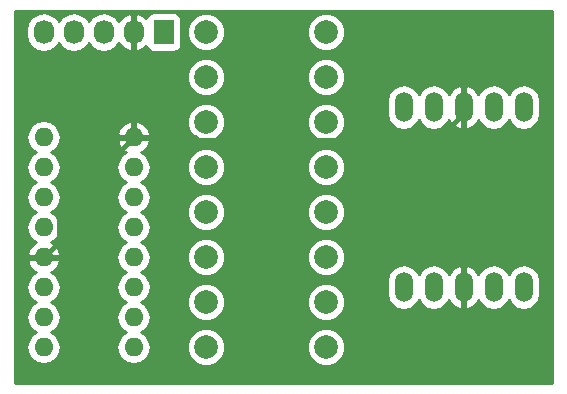
<source format=gbr>
G04 #@! TF.FileFunction,Copper,L2,Bot,Signal*
%FSLAX46Y46*%
G04 Gerber Fmt 4.6, Leading zero omitted, Abs format (unit mm)*
G04 Created by KiCad (PCBNEW 4.0.1-stable) date 2016 January 25, Monday 17:02:22*
%MOMM*%
G01*
G04 APERTURE LIST*
%ADD10C,0.100000*%
%ADD11O,1.524000X2.524000*%
%ADD12R,1.727200X2.032000*%
%ADD13O,1.727200X2.032000*%
%ADD14C,1.998980*%
%ADD15O,1.600000X1.600000*%
%ADD16C,0.400000*%
%ADD17C,0.254000*%
G04 APERTURE END LIST*
D10*
D11*
X158750000Y-114300000D03*
X161290000Y-114300000D03*
X163830000Y-114300000D03*
X166370000Y-114300000D03*
X168910000Y-114300000D03*
X168910000Y-99060000D03*
X166370000Y-99060000D03*
X163830000Y-99060000D03*
X161290000Y-99060000D03*
X158750000Y-99060000D03*
D12*
X138430000Y-92710000D03*
D13*
X135890000Y-92710000D03*
X133350000Y-92710000D03*
X130810000Y-92710000D03*
X128270000Y-92710000D03*
D14*
X142036800Y-92710000D03*
X152196800Y-92710000D03*
X142036800Y-96520000D03*
X152196800Y-96520000D03*
X142036800Y-100330000D03*
X152196800Y-100330000D03*
X142036800Y-104140000D03*
X152196800Y-104140000D03*
X142036800Y-107950000D03*
X152196800Y-107950000D03*
X142036800Y-111760000D03*
X152196800Y-111760000D03*
X142036800Y-115570000D03*
X152196800Y-115570000D03*
X142036800Y-119380000D03*
X152196800Y-119380000D03*
D15*
X135890000Y-119380000D03*
X135890000Y-116840000D03*
X135890000Y-114300000D03*
X135890000Y-111760000D03*
X135890000Y-109220000D03*
X135890000Y-106680000D03*
X135890000Y-104140000D03*
X135890000Y-101600000D03*
X128270000Y-101600000D03*
X128270000Y-104140000D03*
X128270000Y-106680000D03*
X128270000Y-109220000D03*
X128270000Y-111760000D03*
X128270000Y-114300000D03*
X128270000Y-116840000D03*
X128270000Y-119380000D03*
D16*
X135890000Y-101600000D02*
X141087552Y-101600000D01*
X141087552Y-101600000D02*
X141317043Y-101829491D01*
X141317043Y-101829491D02*
X161560509Y-101829491D01*
X161560509Y-101829491D02*
X163830000Y-99560000D01*
X163830000Y-99560000D02*
X163830000Y-99060000D01*
X163830000Y-114300000D02*
X163830000Y-99060000D01*
X163830000Y-98560000D02*
X163830000Y-99060000D01*
X135890000Y-101600000D02*
X129570001Y-107919999D01*
X129570001Y-107919999D02*
X129570001Y-110459999D01*
X129570001Y-110459999D02*
X129069999Y-110960001D01*
X129069999Y-110960001D02*
X128270000Y-111760000D01*
X135890000Y-92710000D02*
X135890000Y-101600000D01*
D17*
G36*
X171323000Y-122428000D02*
X125857000Y-122428000D01*
X125857000Y-114300000D01*
X126806887Y-114300000D01*
X126916120Y-114849151D01*
X127227189Y-115314698D01*
X127609275Y-115570000D01*
X127227189Y-115825302D01*
X126916120Y-116290849D01*
X126806887Y-116840000D01*
X126916120Y-117389151D01*
X127227189Y-117854698D01*
X127609275Y-118110000D01*
X127227189Y-118365302D01*
X126916120Y-118830849D01*
X126806887Y-119380000D01*
X126916120Y-119929151D01*
X127227189Y-120394698D01*
X127692736Y-120705767D01*
X128241887Y-120815000D01*
X128298113Y-120815000D01*
X128847264Y-120705767D01*
X129312811Y-120394698D01*
X129623880Y-119929151D01*
X129733113Y-119380000D01*
X129623880Y-118830849D01*
X129312811Y-118365302D01*
X128930725Y-118110000D01*
X129312811Y-117854698D01*
X129623880Y-117389151D01*
X129733113Y-116840000D01*
X129623880Y-116290849D01*
X129312811Y-115825302D01*
X128930725Y-115570000D01*
X129312811Y-115314698D01*
X129623880Y-114849151D01*
X129733113Y-114300000D01*
X129623880Y-113750849D01*
X129312811Y-113285302D01*
X128908297Y-113015014D01*
X129125134Y-112912389D01*
X129501041Y-112497423D01*
X129661904Y-112109039D01*
X129539915Y-111887000D01*
X128397000Y-111887000D01*
X128397000Y-111907000D01*
X128143000Y-111907000D01*
X128143000Y-111887000D01*
X127000085Y-111887000D01*
X126878096Y-112109039D01*
X127038959Y-112497423D01*
X127414866Y-112912389D01*
X127631703Y-113015014D01*
X127227189Y-113285302D01*
X126916120Y-113750849D01*
X126806887Y-114300000D01*
X125857000Y-114300000D01*
X125857000Y-101600000D01*
X126806887Y-101600000D01*
X126916120Y-102149151D01*
X127227189Y-102614698D01*
X127609275Y-102870000D01*
X127227189Y-103125302D01*
X126916120Y-103590849D01*
X126806887Y-104140000D01*
X126916120Y-104689151D01*
X127227189Y-105154698D01*
X127609275Y-105410000D01*
X127227189Y-105665302D01*
X126916120Y-106130849D01*
X126806887Y-106680000D01*
X126916120Y-107229151D01*
X127227189Y-107694698D01*
X127609275Y-107950000D01*
X127227189Y-108205302D01*
X126916120Y-108670849D01*
X126806887Y-109220000D01*
X126916120Y-109769151D01*
X127227189Y-110234698D01*
X127631703Y-110504986D01*
X127414866Y-110607611D01*
X127038959Y-111022577D01*
X126878096Y-111410961D01*
X127000085Y-111633000D01*
X128143000Y-111633000D01*
X128143000Y-111613000D01*
X128397000Y-111613000D01*
X128397000Y-111633000D01*
X129539915Y-111633000D01*
X129661904Y-111410961D01*
X129501041Y-111022577D01*
X129125134Y-110607611D01*
X128908297Y-110504986D01*
X129312811Y-110234698D01*
X129623880Y-109769151D01*
X129733113Y-109220000D01*
X129623880Y-108670849D01*
X129312811Y-108205302D01*
X128930725Y-107950000D01*
X129312811Y-107694698D01*
X129623880Y-107229151D01*
X129733113Y-106680000D01*
X129623880Y-106130849D01*
X129312811Y-105665302D01*
X128930725Y-105410000D01*
X129312811Y-105154698D01*
X129623880Y-104689151D01*
X129733113Y-104140000D01*
X134426887Y-104140000D01*
X134536120Y-104689151D01*
X134847189Y-105154698D01*
X135229275Y-105410000D01*
X134847189Y-105665302D01*
X134536120Y-106130849D01*
X134426887Y-106680000D01*
X134536120Y-107229151D01*
X134847189Y-107694698D01*
X135229275Y-107950000D01*
X134847189Y-108205302D01*
X134536120Y-108670849D01*
X134426887Y-109220000D01*
X134536120Y-109769151D01*
X134847189Y-110234698D01*
X135229275Y-110490000D01*
X134847189Y-110745302D01*
X134536120Y-111210849D01*
X134426887Y-111760000D01*
X134536120Y-112309151D01*
X134847189Y-112774698D01*
X135229275Y-113030000D01*
X134847189Y-113285302D01*
X134536120Y-113750849D01*
X134426887Y-114300000D01*
X134536120Y-114849151D01*
X134847189Y-115314698D01*
X135229275Y-115570000D01*
X134847189Y-115825302D01*
X134536120Y-116290849D01*
X134426887Y-116840000D01*
X134536120Y-117389151D01*
X134847189Y-117854698D01*
X135229275Y-118110000D01*
X134847189Y-118365302D01*
X134536120Y-118830849D01*
X134426887Y-119380000D01*
X134536120Y-119929151D01*
X134847189Y-120394698D01*
X135312736Y-120705767D01*
X135861887Y-120815000D01*
X135918113Y-120815000D01*
X136467264Y-120705767D01*
X136932811Y-120394698D01*
X137243880Y-119929151D01*
X137288726Y-119703694D01*
X140402026Y-119703694D01*
X140650338Y-120304655D01*
X141109727Y-120764846D01*
X141710253Y-121014206D01*
X142360494Y-121014774D01*
X142961455Y-120766462D01*
X143421646Y-120307073D01*
X143671006Y-119706547D01*
X143671008Y-119703694D01*
X150562026Y-119703694D01*
X150810338Y-120304655D01*
X151269727Y-120764846D01*
X151870253Y-121014206D01*
X152520494Y-121014774D01*
X153121455Y-120766462D01*
X153581646Y-120307073D01*
X153831006Y-119706547D01*
X153831574Y-119056306D01*
X153583262Y-118455345D01*
X153123873Y-117995154D01*
X152523347Y-117745794D01*
X151873106Y-117745226D01*
X151272145Y-117993538D01*
X150811954Y-118452927D01*
X150562594Y-119053453D01*
X150562026Y-119703694D01*
X143671008Y-119703694D01*
X143671574Y-119056306D01*
X143423262Y-118455345D01*
X142963873Y-117995154D01*
X142363347Y-117745794D01*
X141713106Y-117745226D01*
X141112145Y-117993538D01*
X140651954Y-118452927D01*
X140402594Y-119053453D01*
X140402026Y-119703694D01*
X137288726Y-119703694D01*
X137353113Y-119380000D01*
X137243880Y-118830849D01*
X136932811Y-118365302D01*
X136550725Y-118110000D01*
X136932811Y-117854698D01*
X137243880Y-117389151D01*
X137353113Y-116840000D01*
X137243880Y-116290849D01*
X136978510Y-115893694D01*
X140402026Y-115893694D01*
X140650338Y-116494655D01*
X141109727Y-116954846D01*
X141710253Y-117204206D01*
X142360494Y-117204774D01*
X142961455Y-116956462D01*
X143421646Y-116497073D01*
X143671006Y-115896547D01*
X143671008Y-115893694D01*
X150562026Y-115893694D01*
X150810338Y-116494655D01*
X151269727Y-116954846D01*
X151870253Y-117204206D01*
X152520494Y-117204774D01*
X153121455Y-116956462D01*
X153581646Y-116497073D01*
X153831006Y-115896547D01*
X153831574Y-115246306D01*
X153583262Y-114645345D01*
X153123873Y-114185154D01*
X152523347Y-113935794D01*
X151873106Y-113935226D01*
X151272145Y-114183538D01*
X150811954Y-114642927D01*
X150562594Y-115243453D01*
X150562026Y-115893694D01*
X143671008Y-115893694D01*
X143671574Y-115246306D01*
X143423262Y-114645345D01*
X142963873Y-114185154D01*
X142363347Y-113935794D01*
X141713106Y-113935226D01*
X141112145Y-114183538D01*
X140651954Y-114642927D01*
X140402594Y-115243453D01*
X140402026Y-115893694D01*
X136978510Y-115893694D01*
X136932811Y-115825302D01*
X136550725Y-115570000D01*
X136932811Y-115314698D01*
X137243880Y-114849151D01*
X137353113Y-114300000D01*
X137246265Y-113762836D01*
X157353000Y-113762836D01*
X157353000Y-114837164D01*
X157459340Y-115371773D01*
X157762172Y-115824992D01*
X158215391Y-116127824D01*
X158750000Y-116234164D01*
X159284609Y-116127824D01*
X159737828Y-115824992D01*
X160020000Y-115402693D01*
X160302172Y-115824992D01*
X160755391Y-116127824D01*
X161290000Y-116234164D01*
X161824609Y-116127824D01*
X162277828Y-115824992D01*
X162569298Y-115388778D01*
X162587941Y-115451941D01*
X162931974Y-115877630D01*
X163412723Y-116139260D01*
X163486930Y-116154220D01*
X163703000Y-116031720D01*
X163703000Y-114427000D01*
X163683000Y-114427000D01*
X163683000Y-114173000D01*
X163703000Y-114173000D01*
X163703000Y-112568280D01*
X163957000Y-112568280D01*
X163957000Y-114173000D01*
X163977000Y-114173000D01*
X163977000Y-114427000D01*
X163957000Y-114427000D01*
X163957000Y-116031720D01*
X164173070Y-116154220D01*
X164247277Y-116139260D01*
X164728026Y-115877630D01*
X165072059Y-115451941D01*
X165090702Y-115388778D01*
X165382172Y-115824992D01*
X165835391Y-116127824D01*
X166370000Y-116234164D01*
X166904609Y-116127824D01*
X167357828Y-115824992D01*
X167640000Y-115402693D01*
X167922172Y-115824992D01*
X168375391Y-116127824D01*
X168910000Y-116234164D01*
X169444609Y-116127824D01*
X169897828Y-115824992D01*
X170200660Y-115371773D01*
X170307000Y-114837164D01*
X170307000Y-113762836D01*
X170200660Y-113228227D01*
X169897828Y-112775008D01*
X169444609Y-112472176D01*
X168910000Y-112365836D01*
X168375391Y-112472176D01*
X167922172Y-112775008D01*
X167640000Y-113197307D01*
X167357828Y-112775008D01*
X166904609Y-112472176D01*
X166370000Y-112365836D01*
X165835391Y-112472176D01*
X165382172Y-112775008D01*
X165090702Y-113211222D01*
X165072059Y-113148059D01*
X164728026Y-112722370D01*
X164247277Y-112460740D01*
X164173070Y-112445780D01*
X163957000Y-112568280D01*
X163703000Y-112568280D01*
X163486930Y-112445780D01*
X163412723Y-112460740D01*
X162931974Y-112722370D01*
X162587941Y-113148059D01*
X162569298Y-113211222D01*
X162277828Y-112775008D01*
X161824609Y-112472176D01*
X161290000Y-112365836D01*
X160755391Y-112472176D01*
X160302172Y-112775008D01*
X160020000Y-113197307D01*
X159737828Y-112775008D01*
X159284609Y-112472176D01*
X158750000Y-112365836D01*
X158215391Y-112472176D01*
X157762172Y-112775008D01*
X157459340Y-113228227D01*
X157353000Y-113762836D01*
X137246265Y-113762836D01*
X137243880Y-113750849D01*
X136932811Y-113285302D01*
X136550725Y-113030000D01*
X136932811Y-112774698D01*
X137243880Y-112309151D01*
X137288726Y-112083694D01*
X140402026Y-112083694D01*
X140650338Y-112684655D01*
X141109727Y-113144846D01*
X141710253Y-113394206D01*
X142360494Y-113394774D01*
X142961455Y-113146462D01*
X143421646Y-112687073D01*
X143671006Y-112086547D01*
X143671008Y-112083694D01*
X150562026Y-112083694D01*
X150810338Y-112684655D01*
X151269727Y-113144846D01*
X151870253Y-113394206D01*
X152520494Y-113394774D01*
X153121455Y-113146462D01*
X153581646Y-112687073D01*
X153831006Y-112086547D01*
X153831574Y-111436306D01*
X153583262Y-110835345D01*
X153123873Y-110375154D01*
X152523347Y-110125794D01*
X151873106Y-110125226D01*
X151272145Y-110373538D01*
X150811954Y-110832927D01*
X150562594Y-111433453D01*
X150562026Y-112083694D01*
X143671008Y-112083694D01*
X143671574Y-111436306D01*
X143423262Y-110835345D01*
X142963873Y-110375154D01*
X142363347Y-110125794D01*
X141713106Y-110125226D01*
X141112145Y-110373538D01*
X140651954Y-110832927D01*
X140402594Y-111433453D01*
X140402026Y-112083694D01*
X137288726Y-112083694D01*
X137353113Y-111760000D01*
X137243880Y-111210849D01*
X136932811Y-110745302D01*
X136550725Y-110490000D01*
X136932811Y-110234698D01*
X137243880Y-109769151D01*
X137353113Y-109220000D01*
X137243880Y-108670849D01*
X136978510Y-108273694D01*
X140402026Y-108273694D01*
X140650338Y-108874655D01*
X141109727Y-109334846D01*
X141710253Y-109584206D01*
X142360494Y-109584774D01*
X142961455Y-109336462D01*
X143421646Y-108877073D01*
X143671006Y-108276547D01*
X143671008Y-108273694D01*
X150562026Y-108273694D01*
X150810338Y-108874655D01*
X151269727Y-109334846D01*
X151870253Y-109584206D01*
X152520494Y-109584774D01*
X153121455Y-109336462D01*
X153581646Y-108877073D01*
X153831006Y-108276547D01*
X153831574Y-107626306D01*
X153583262Y-107025345D01*
X153123873Y-106565154D01*
X152523347Y-106315794D01*
X151873106Y-106315226D01*
X151272145Y-106563538D01*
X150811954Y-107022927D01*
X150562594Y-107623453D01*
X150562026Y-108273694D01*
X143671008Y-108273694D01*
X143671574Y-107626306D01*
X143423262Y-107025345D01*
X142963873Y-106565154D01*
X142363347Y-106315794D01*
X141713106Y-106315226D01*
X141112145Y-106563538D01*
X140651954Y-107022927D01*
X140402594Y-107623453D01*
X140402026Y-108273694D01*
X136978510Y-108273694D01*
X136932811Y-108205302D01*
X136550725Y-107950000D01*
X136932811Y-107694698D01*
X137243880Y-107229151D01*
X137353113Y-106680000D01*
X137243880Y-106130849D01*
X136932811Y-105665302D01*
X136550725Y-105410000D01*
X136932811Y-105154698D01*
X137243880Y-104689151D01*
X137288726Y-104463694D01*
X140402026Y-104463694D01*
X140650338Y-105064655D01*
X141109727Y-105524846D01*
X141710253Y-105774206D01*
X142360494Y-105774774D01*
X142961455Y-105526462D01*
X143421646Y-105067073D01*
X143671006Y-104466547D01*
X143671008Y-104463694D01*
X150562026Y-104463694D01*
X150810338Y-105064655D01*
X151269727Y-105524846D01*
X151870253Y-105774206D01*
X152520494Y-105774774D01*
X153121455Y-105526462D01*
X153581646Y-105067073D01*
X153831006Y-104466547D01*
X153831574Y-103816306D01*
X153583262Y-103215345D01*
X153123873Y-102755154D01*
X152523347Y-102505794D01*
X151873106Y-102505226D01*
X151272145Y-102753538D01*
X150811954Y-103212927D01*
X150562594Y-103813453D01*
X150562026Y-104463694D01*
X143671008Y-104463694D01*
X143671574Y-103816306D01*
X143423262Y-103215345D01*
X142963873Y-102755154D01*
X142363347Y-102505794D01*
X141713106Y-102505226D01*
X141112145Y-102753538D01*
X140651954Y-103212927D01*
X140402594Y-103813453D01*
X140402026Y-104463694D01*
X137288726Y-104463694D01*
X137353113Y-104140000D01*
X137243880Y-103590849D01*
X136932811Y-103125302D01*
X136528297Y-102855014D01*
X136745134Y-102752389D01*
X137121041Y-102337423D01*
X137281904Y-101949039D01*
X137159915Y-101727000D01*
X136017000Y-101727000D01*
X136017000Y-101747000D01*
X135763000Y-101747000D01*
X135763000Y-101727000D01*
X134620085Y-101727000D01*
X134498096Y-101949039D01*
X134658959Y-102337423D01*
X135034866Y-102752389D01*
X135251703Y-102855014D01*
X134847189Y-103125302D01*
X134536120Y-103590849D01*
X134426887Y-104140000D01*
X129733113Y-104140000D01*
X129623880Y-103590849D01*
X129312811Y-103125302D01*
X128930725Y-102870000D01*
X129312811Y-102614698D01*
X129623880Y-102149151D01*
X129733113Y-101600000D01*
X129663685Y-101250961D01*
X134498096Y-101250961D01*
X134620085Y-101473000D01*
X135763000Y-101473000D01*
X135763000Y-100329371D01*
X136017000Y-100329371D01*
X136017000Y-101473000D01*
X137159915Y-101473000D01*
X137281904Y-101250961D01*
X137121041Y-100862577D01*
X136931820Y-100653694D01*
X140402026Y-100653694D01*
X140650338Y-101254655D01*
X141109727Y-101714846D01*
X141710253Y-101964206D01*
X142360494Y-101964774D01*
X142961455Y-101716462D01*
X143421646Y-101257073D01*
X143671006Y-100656547D01*
X143671008Y-100653694D01*
X150562026Y-100653694D01*
X150810338Y-101254655D01*
X151269727Y-101714846D01*
X151870253Y-101964206D01*
X152520494Y-101964774D01*
X153121455Y-101716462D01*
X153581646Y-101257073D01*
X153831006Y-100656547D01*
X153831574Y-100006306D01*
X153583262Y-99405345D01*
X153123873Y-98945154D01*
X152523347Y-98695794D01*
X151873106Y-98695226D01*
X151272145Y-98943538D01*
X150811954Y-99402927D01*
X150562594Y-100003453D01*
X150562026Y-100653694D01*
X143671008Y-100653694D01*
X143671574Y-100006306D01*
X143423262Y-99405345D01*
X142963873Y-98945154D01*
X142363347Y-98695794D01*
X141713106Y-98695226D01*
X141112145Y-98943538D01*
X140651954Y-99402927D01*
X140402594Y-100003453D01*
X140402026Y-100653694D01*
X136931820Y-100653694D01*
X136745134Y-100447611D01*
X136239041Y-100208086D01*
X136017000Y-100329371D01*
X135763000Y-100329371D01*
X135540959Y-100208086D01*
X135034866Y-100447611D01*
X134658959Y-100862577D01*
X134498096Y-101250961D01*
X129663685Y-101250961D01*
X129623880Y-101050849D01*
X129312811Y-100585302D01*
X128847264Y-100274233D01*
X128298113Y-100165000D01*
X128241887Y-100165000D01*
X127692736Y-100274233D01*
X127227189Y-100585302D01*
X126916120Y-101050849D01*
X126806887Y-101600000D01*
X125857000Y-101600000D01*
X125857000Y-98522836D01*
X157353000Y-98522836D01*
X157353000Y-99597164D01*
X157459340Y-100131773D01*
X157762172Y-100584992D01*
X158215391Y-100887824D01*
X158750000Y-100994164D01*
X159284609Y-100887824D01*
X159737828Y-100584992D01*
X160020000Y-100162693D01*
X160302172Y-100584992D01*
X160755391Y-100887824D01*
X161290000Y-100994164D01*
X161824609Y-100887824D01*
X162277828Y-100584992D01*
X162569298Y-100148778D01*
X162587941Y-100211941D01*
X162931974Y-100637630D01*
X163412723Y-100899260D01*
X163486930Y-100914220D01*
X163703000Y-100791720D01*
X163703000Y-99187000D01*
X163683000Y-99187000D01*
X163683000Y-98933000D01*
X163703000Y-98933000D01*
X163703000Y-97328280D01*
X163957000Y-97328280D01*
X163957000Y-98933000D01*
X163977000Y-98933000D01*
X163977000Y-99187000D01*
X163957000Y-99187000D01*
X163957000Y-100791720D01*
X164173070Y-100914220D01*
X164247277Y-100899260D01*
X164728026Y-100637630D01*
X165072059Y-100211941D01*
X165090702Y-100148778D01*
X165382172Y-100584992D01*
X165835391Y-100887824D01*
X166370000Y-100994164D01*
X166904609Y-100887824D01*
X167357828Y-100584992D01*
X167640000Y-100162693D01*
X167922172Y-100584992D01*
X168375391Y-100887824D01*
X168910000Y-100994164D01*
X169444609Y-100887824D01*
X169897828Y-100584992D01*
X170200660Y-100131773D01*
X170307000Y-99597164D01*
X170307000Y-98522836D01*
X170200660Y-97988227D01*
X169897828Y-97535008D01*
X169444609Y-97232176D01*
X168910000Y-97125836D01*
X168375391Y-97232176D01*
X167922172Y-97535008D01*
X167640000Y-97957307D01*
X167357828Y-97535008D01*
X166904609Y-97232176D01*
X166370000Y-97125836D01*
X165835391Y-97232176D01*
X165382172Y-97535008D01*
X165090702Y-97971222D01*
X165072059Y-97908059D01*
X164728026Y-97482370D01*
X164247277Y-97220740D01*
X164173070Y-97205780D01*
X163957000Y-97328280D01*
X163703000Y-97328280D01*
X163486930Y-97205780D01*
X163412723Y-97220740D01*
X162931974Y-97482370D01*
X162587941Y-97908059D01*
X162569298Y-97971222D01*
X162277828Y-97535008D01*
X161824609Y-97232176D01*
X161290000Y-97125836D01*
X160755391Y-97232176D01*
X160302172Y-97535008D01*
X160020000Y-97957307D01*
X159737828Y-97535008D01*
X159284609Y-97232176D01*
X158750000Y-97125836D01*
X158215391Y-97232176D01*
X157762172Y-97535008D01*
X157459340Y-97988227D01*
X157353000Y-98522836D01*
X125857000Y-98522836D01*
X125857000Y-96843694D01*
X140402026Y-96843694D01*
X140650338Y-97444655D01*
X141109727Y-97904846D01*
X141710253Y-98154206D01*
X142360494Y-98154774D01*
X142961455Y-97906462D01*
X143421646Y-97447073D01*
X143671006Y-96846547D01*
X143671008Y-96843694D01*
X150562026Y-96843694D01*
X150810338Y-97444655D01*
X151269727Y-97904846D01*
X151870253Y-98154206D01*
X152520494Y-98154774D01*
X153121455Y-97906462D01*
X153581646Y-97447073D01*
X153831006Y-96846547D01*
X153831574Y-96196306D01*
X153583262Y-95595345D01*
X153123873Y-95135154D01*
X152523347Y-94885794D01*
X151873106Y-94885226D01*
X151272145Y-95133538D01*
X150811954Y-95592927D01*
X150562594Y-96193453D01*
X150562026Y-96843694D01*
X143671008Y-96843694D01*
X143671574Y-96196306D01*
X143423262Y-95595345D01*
X142963873Y-95135154D01*
X142363347Y-94885794D01*
X141713106Y-94885226D01*
X141112145Y-95133538D01*
X140651954Y-95592927D01*
X140402594Y-96193453D01*
X140402026Y-96843694D01*
X125857000Y-96843694D01*
X125857000Y-92525255D01*
X126771400Y-92525255D01*
X126771400Y-92894745D01*
X126885474Y-93468234D01*
X127210330Y-93954415D01*
X127696511Y-94279271D01*
X128270000Y-94393345D01*
X128843489Y-94279271D01*
X129329670Y-93954415D01*
X129540000Y-93639634D01*
X129750330Y-93954415D01*
X130236511Y-94279271D01*
X130810000Y-94393345D01*
X131383489Y-94279271D01*
X131869670Y-93954415D01*
X132080000Y-93639634D01*
X132290330Y-93954415D01*
X132776511Y-94279271D01*
X133350000Y-94393345D01*
X133923489Y-94279271D01*
X134409670Y-93954415D01*
X134616461Y-93644931D01*
X134987964Y-94060732D01*
X135515209Y-94314709D01*
X135530974Y-94317358D01*
X135763000Y-94196217D01*
X135763000Y-92837000D01*
X135743000Y-92837000D01*
X135743000Y-92583000D01*
X135763000Y-92583000D01*
X135763000Y-91223783D01*
X136017000Y-91223783D01*
X136017000Y-92583000D01*
X136037000Y-92583000D01*
X136037000Y-92837000D01*
X136017000Y-92837000D01*
X136017000Y-94196217D01*
X136249026Y-94317358D01*
X136264791Y-94314709D01*
X136792036Y-94060732D01*
X136948907Y-93885155D01*
X136963238Y-93961317D01*
X137102310Y-94177441D01*
X137314510Y-94322431D01*
X137566400Y-94373440D01*
X139293600Y-94373440D01*
X139528917Y-94329162D01*
X139745041Y-94190090D01*
X139890031Y-93977890D01*
X139941040Y-93726000D01*
X139941040Y-93033694D01*
X140402026Y-93033694D01*
X140650338Y-93634655D01*
X141109727Y-94094846D01*
X141710253Y-94344206D01*
X142360494Y-94344774D01*
X142961455Y-94096462D01*
X143421646Y-93637073D01*
X143671006Y-93036547D01*
X143671008Y-93033694D01*
X150562026Y-93033694D01*
X150810338Y-93634655D01*
X151269727Y-94094846D01*
X151870253Y-94344206D01*
X152520494Y-94344774D01*
X153121455Y-94096462D01*
X153581646Y-93637073D01*
X153831006Y-93036547D01*
X153831574Y-92386306D01*
X153583262Y-91785345D01*
X153123873Y-91325154D01*
X152523347Y-91075794D01*
X151873106Y-91075226D01*
X151272145Y-91323538D01*
X150811954Y-91782927D01*
X150562594Y-92383453D01*
X150562026Y-93033694D01*
X143671008Y-93033694D01*
X143671574Y-92386306D01*
X143423262Y-91785345D01*
X142963873Y-91325154D01*
X142363347Y-91075794D01*
X141713106Y-91075226D01*
X141112145Y-91323538D01*
X140651954Y-91782927D01*
X140402594Y-92383453D01*
X140402026Y-93033694D01*
X139941040Y-93033694D01*
X139941040Y-91694000D01*
X139896762Y-91458683D01*
X139757690Y-91242559D01*
X139545490Y-91097569D01*
X139293600Y-91046560D01*
X137566400Y-91046560D01*
X137331083Y-91090838D01*
X137114959Y-91229910D01*
X136969969Y-91442110D01*
X136950768Y-91536927D01*
X136792036Y-91359268D01*
X136264791Y-91105291D01*
X136249026Y-91102642D01*
X136017000Y-91223783D01*
X135763000Y-91223783D01*
X135530974Y-91102642D01*
X135515209Y-91105291D01*
X134987964Y-91359268D01*
X134616461Y-91775069D01*
X134409670Y-91465585D01*
X133923489Y-91140729D01*
X133350000Y-91026655D01*
X132776511Y-91140729D01*
X132290330Y-91465585D01*
X132080000Y-91780366D01*
X131869670Y-91465585D01*
X131383489Y-91140729D01*
X130810000Y-91026655D01*
X130236511Y-91140729D01*
X129750330Y-91465585D01*
X129540000Y-91780366D01*
X129329670Y-91465585D01*
X128843489Y-91140729D01*
X128270000Y-91026655D01*
X127696511Y-91140729D01*
X127210330Y-91465585D01*
X126885474Y-91951766D01*
X126771400Y-92525255D01*
X125857000Y-92525255D01*
X125857000Y-90932000D01*
X171323000Y-90932000D01*
X171323000Y-122428000D01*
X171323000Y-122428000D01*
G37*
X171323000Y-122428000D02*
X125857000Y-122428000D01*
X125857000Y-114300000D01*
X126806887Y-114300000D01*
X126916120Y-114849151D01*
X127227189Y-115314698D01*
X127609275Y-115570000D01*
X127227189Y-115825302D01*
X126916120Y-116290849D01*
X126806887Y-116840000D01*
X126916120Y-117389151D01*
X127227189Y-117854698D01*
X127609275Y-118110000D01*
X127227189Y-118365302D01*
X126916120Y-118830849D01*
X126806887Y-119380000D01*
X126916120Y-119929151D01*
X127227189Y-120394698D01*
X127692736Y-120705767D01*
X128241887Y-120815000D01*
X128298113Y-120815000D01*
X128847264Y-120705767D01*
X129312811Y-120394698D01*
X129623880Y-119929151D01*
X129733113Y-119380000D01*
X129623880Y-118830849D01*
X129312811Y-118365302D01*
X128930725Y-118110000D01*
X129312811Y-117854698D01*
X129623880Y-117389151D01*
X129733113Y-116840000D01*
X129623880Y-116290849D01*
X129312811Y-115825302D01*
X128930725Y-115570000D01*
X129312811Y-115314698D01*
X129623880Y-114849151D01*
X129733113Y-114300000D01*
X129623880Y-113750849D01*
X129312811Y-113285302D01*
X128908297Y-113015014D01*
X129125134Y-112912389D01*
X129501041Y-112497423D01*
X129661904Y-112109039D01*
X129539915Y-111887000D01*
X128397000Y-111887000D01*
X128397000Y-111907000D01*
X128143000Y-111907000D01*
X128143000Y-111887000D01*
X127000085Y-111887000D01*
X126878096Y-112109039D01*
X127038959Y-112497423D01*
X127414866Y-112912389D01*
X127631703Y-113015014D01*
X127227189Y-113285302D01*
X126916120Y-113750849D01*
X126806887Y-114300000D01*
X125857000Y-114300000D01*
X125857000Y-101600000D01*
X126806887Y-101600000D01*
X126916120Y-102149151D01*
X127227189Y-102614698D01*
X127609275Y-102870000D01*
X127227189Y-103125302D01*
X126916120Y-103590849D01*
X126806887Y-104140000D01*
X126916120Y-104689151D01*
X127227189Y-105154698D01*
X127609275Y-105410000D01*
X127227189Y-105665302D01*
X126916120Y-106130849D01*
X126806887Y-106680000D01*
X126916120Y-107229151D01*
X127227189Y-107694698D01*
X127609275Y-107950000D01*
X127227189Y-108205302D01*
X126916120Y-108670849D01*
X126806887Y-109220000D01*
X126916120Y-109769151D01*
X127227189Y-110234698D01*
X127631703Y-110504986D01*
X127414866Y-110607611D01*
X127038959Y-111022577D01*
X126878096Y-111410961D01*
X127000085Y-111633000D01*
X128143000Y-111633000D01*
X128143000Y-111613000D01*
X128397000Y-111613000D01*
X128397000Y-111633000D01*
X129539915Y-111633000D01*
X129661904Y-111410961D01*
X129501041Y-111022577D01*
X129125134Y-110607611D01*
X128908297Y-110504986D01*
X129312811Y-110234698D01*
X129623880Y-109769151D01*
X129733113Y-109220000D01*
X129623880Y-108670849D01*
X129312811Y-108205302D01*
X128930725Y-107950000D01*
X129312811Y-107694698D01*
X129623880Y-107229151D01*
X129733113Y-106680000D01*
X129623880Y-106130849D01*
X129312811Y-105665302D01*
X128930725Y-105410000D01*
X129312811Y-105154698D01*
X129623880Y-104689151D01*
X129733113Y-104140000D01*
X134426887Y-104140000D01*
X134536120Y-104689151D01*
X134847189Y-105154698D01*
X135229275Y-105410000D01*
X134847189Y-105665302D01*
X134536120Y-106130849D01*
X134426887Y-106680000D01*
X134536120Y-107229151D01*
X134847189Y-107694698D01*
X135229275Y-107950000D01*
X134847189Y-108205302D01*
X134536120Y-108670849D01*
X134426887Y-109220000D01*
X134536120Y-109769151D01*
X134847189Y-110234698D01*
X135229275Y-110490000D01*
X134847189Y-110745302D01*
X134536120Y-111210849D01*
X134426887Y-111760000D01*
X134536120Y-112309151D01*
X134847189Y-112774698D01*
X135229275Y-113030000D01*
X134847189Y-113285302D01*
X134536120Y-113750849D01*
X134426887Y-114300000D01*
X134536120Y-114849151D01*
X134847189Y-115314698D01*
X135229275Y-115570000D01*
X134847189Y-115825302D01*
X134536120Y-116290849D01*
X134426887Y-116840000D01*
X134536120Y-117389151D01*
X134847189Y-117854698D01*
X135229275Y-118110000D01*
X134847189Y-118365302D01*
X134536120Y-118830849D01*
X134426887Y-119380000D01*
X134536120Y-119929151D01*
X134847189Y-120394698D01*
X135312736Y-120705767D01*
X135861887Y-120815000D01*
X135918113Y-120815000D01*
X136467264Y-120705767D01*
X136932811Y-120394698D01*
X137243880Y-119929151D01*
X137288726Y-119703694D01*
X140402026Y-119703694D01*
X140650338Y-120304655D01*
X141109727Y-120764846D01*
X141710253Y-121014206D01*
X142360494Y-121014774D01*
X142961455Y-120766462D01*
X143421646Y-120307073D01*
X143671006Y-119706547D01*
X143671008Y-119703694D01*
X150562026Y-119703694D01*
X150810338Y-120304655D01*
X151269727Y-120764846D01*
X151870253Y-121014206D01*
X152520494Y-121014774D01*
X153121455Y-120766462D01*
X153581646Y-120307073D01*
X153831006Y-119706547D01*
X153831574Y-119056306D01*
X153583262Y-118455345D01*
X153123873Y-117995154D01*
X152523347Y-117745794D01*
X151873106Y-117745226D01*
X151272145Y-117993538D01*
X150811954Y-118452927D01*
X150562594Y-119053453D01*
X150562026Y-119703694D01*
X143671008Y-119703694D01*
X143671574Y-119056306D01*
X143423262Y-118455345D01*
X142963873Y-117995154D01*
X142363347Y-117745794D01*
X141713106Y-117745226D01*
X141112145Y-117993538D01*
X140651954Y-118452927D01*
X140402594Y-119053453D01*
X140402026Y-119703694D01*
X137288726Y-119703694D01*
X137353113Y-119380000D01*
X137243880Y-118830849D01*
X136932811Y-118365302D01*
X136550725Y-118110000D01*
X136932811Y-117854698D01*
X137243880Y-117389151D01*
X137353113Y-116840000D01*
X137243880Y-116290849D01*
X136978510Y-115893694D01*
X140402026Y-115893694D01*
X140650338Y-116494655D01*
X141109727Y-116954846D01*
X141710253Y-117204206D01*
X142360494Y-117204774D01*
X142961455Y-116956462D01*
X143421646Y-116497073D01*
X143671006Y-115896547D01*
X143671008Y-115893694D01*
X150562026Y-115893694D01*
X150810338Y-116494655D01*
X151269727Y-116954846D01*
X151870253Y-117204206D01*
X152520494Y-117204774D01*
X153121455Y-116956462D01*
X153581646Y-116497073D01*
X153831006Y-115896547D01*
X153831574Y-115246306D01*
X153583262Y-114645345D01*
X153123873Y-114185154D01*
X152523347Y-113935794D01*
X151873106Y-113935226D01*
X151272145Y-114183538D01*
X150811954Y-114642927D01*
X150562594Y-115243453D01*
X150562026Y-115893694D01*
X143671008Y-115893694D01*
X143671574Y-115246306D01*
X143423262Y-114645345D01*
X142963873Y-114185154D01*
X142363347Y-113935794D01*
X141713106Y-113935226D01*
X141112145Y-114183538D01*
X140651954Y-114642927D01*
X140402594Y-115243453D01*
X140402026Y-115893694D01*
X136978510Y-115893694D01*
X136932811Y-115825302D01*
X136550725Y-115570000D01*
X136932811Y-115314698D01*
X137243880Y-114849151D01*
X137353113Y-114300000D01*
X137246265Y-113762836D01*
X157353000Y-113762836D01*
X157353000Y-114837164D01*
X157459340Y-115371773D01*
X157762172Y-115824992D01*
X158215391Y-116127824D01*
X158750000Y-116234164D01*
X159284609Y-116127824D01*
X159737828Y-115824992D01*
X160020000Y-115402693D01*
X160302172Y-115824992D01*
X160755391Y-116127824D01*
X161290000Y-116234164D01*
X161824609Y-116127824D01*
X162277828Y-115824992D01*
X162569298Y-115388778D01*
X162587941Y-115451941D01*
X162931974Y-115877630D01*
X163412723Y-116139260D01*
X163486930Y-116154220D01*
X163703000Y-116031720D01*
X163703000Y-114427000D01*
X163683000Y-114427000D01*
X163683000Y-114173000D01*
X163703000Y-114173000D01*
X163703000Y-112568280D01*
X163957000Y-112568280D01*
X163957000Y-114173000D01*
X163977000Y-114173000D01*
X163977000Y-114427000D01*
X163957000Y-114427000D01*
X163957000Y-116031720D01*
X164173070Y-116154220D01*
X164247277Y-116139260D01*
X164728026Y-115877630D01*
X165072059Y-115451941D01*
X165090702Y-115388778D01*
X165382172Y-115824992D01*
X165835391Y-116127824D01*
X166370000Y-116234164D01*
X166904609Y-116127824D01*
X167357828Y-115824992D01*
X167640000Y-115402693D01*
X167922172Y-115824992D01*
X168375391Y-116127824D01*
X168910000Y-116234164D01*
X169444609Y-116127824D01*
X169897828Y-115824992D01*
X170200660Y-115371773D01*
X170307000Y-114837164D01*
X170307000Y-113762836D01*
X170200660Y-113228227D01*
X169897828Y-112775008D01*
X169444609Y-112472176D01*
X168910000Y-112365836D01*
X168375391Y-112472176D01*
X167922172Y-112775008D01*
X167640000Y-113197307D01*
X167357828Y-112775008D01*
X166904609Y-112472176D01*
X166370000Y-112365836D01*
X165835391Y-112472176D01*
X165382172Y-112775008D01*
X165090702Y-113211222D01*
X165072059Y-113148059D01*
X164728026Y-112722370D01*
X164247277Y-112460740D01*
X164173070Y-112445780D01*
X163957000Y-112568280D01*
X163703000Y-112568280D01*
X163486930Y-112445780D01*
X163412723Y-112460740D01*
X162931974Y-112722370D01*
X162587941Y-113148059D01*
X162569298Y-113211222D01*
X162277828Y-112775008D01*
X161824609Y-112472176D01*
X161290000Y-112365836D01*
X160755391Y-112472176D01*
X160302172Y-112775008D01*
X160020000Y-113197307D01*
X159737828Y-112775008D01*
X159284609Y-112472176D01*
X158750000Y-112365836D01*
X158215391Y-112472176D01*
X157762172Y-112775008D01*
X157459340Y-113228227D01*
X157353000Y-113762836D01*
X137246265Y-113762836D01*
X137243880Y-113750849D01*
X136932811Y-113285302D01*
X136550725Y-113030000D01*
X136932811Y-112774698D01*
X137243880Y-112309151D01*
X137288726Y-112083694D01*
X140402026Y-112083694D01*
X140650338Y-112684655D01*
X141109727Y-113144846D01*
X141710253Y-113394206D01*
X142360494Y-113394774D01*
X142961455Y-113146462D01*
X143421646Y-112687073D01*
X143671006Y-112086547D01*
X143671008Y-112083694D01*
X150562026Y-112083694D01*
X150810338Y-112684655D01*
X151269727Y-113144846D01*
X151870253Y-113394206D01*
X152520494Y-113394774D01*
X153121455Y-113146462D01*
X153581646Y-112687073D01*
X153831006Y-112086547D01*
X153831574Y-111436306D01*
X153583262Y-110835345D01*
X153123873Y-110375154D01*
X152523347Y-110125794D01*
X151873106Y-110125226D01*
X151272145Y-110373538D01*
X150811954Y-110832927D01*
X150562594Y-111433453D01*
X150562026Y-112083694D01*
X143671008Y-112083694D01*
X143671574Y-111436306D01*
X143423262Y-110835345D01*
X142963873Y-110375154D01*
X142363347Y-110125794D01*
X141713106Y-110125226D01*
X141112145Y-110373538D01*
X140651954Y-110832927D01*
X140402594Y-111433453D01*
X140402026Y-112083694D01*
X137288726Y-112083694D01*
X137353113Y-111760000D01*
X137243880Y-111210849D01*
X136932811Y-110745302D01*
X136550725Y-110490000D01*
X136932811Y-110234698D01*
X137243880Y-109769151D01*
X137353113Y-109220000D01*
X137243880Y-108670849D01*
X136978510Y-108273694D01*
X140402026Y-108273694D01*
X140650338Y-108874655D01*
X141109727Y-109334846D01*
X141710253Y-109584206D01*
X142360494Y-109584774D01*
X142961455Y-109336462D01*
X143421646Y-108877073D01*
X143671006Y-108276547D01*
X143671008Y-108273694D01*
X150562026Y-108273694D01*
X150810338Y-108874655D01*
X151269727Y-109334846D01*
X151870253Y-109584206D01*
X152520494Y-109584774D01*
X153121455Y-109336462D01*
X153581646Y-108877073D01*
X153831006Y-108276547D01*
X153831574Y-107626306D01*
X153583262Y-107025345D01*
X153123873Y-106565154D01*
X152523347Y-106315794D01*
X151873106Y-106315226D01*
X151272145Y-106563538D01*
X150811954Y-107022927D01*
X150562594Y-107623453D01*
X150562026Y-108273694D01*
X143671008Y-108273694D01*
X143671574Y-107626306D01*
X143423262Y-107025345D01*
X142963873Y-106565154D01*
X142363347Y-106315794D01*
X141713106Y-106315226D01*
X141112145Y-106563538D01*
X140651954Y-107022927D01*
X140402594Y-107623453D01*
X140402026Y-108273694D01*
X136978510Y-108273694D01*
X136932811Y-108205302D01*
X136550725Y-107950000D01*
X136932811Y-107694698D01*
X137243880Y-107229151D01*
X137353113Y-106680000D01*
X137243880Y-106130849D01*
X136932811Y-105665302D01*
X136550725Y-105410000D01*
X136932811Y-105154698D01*
X137243880Y-104689151D01*
X137288726Y-104463694D01*
X140402026Y-104463694D01*
X140650338Y-105064655D01*
X141109727Y-105524846D01*
X141710253Y-105774206D01*
X142360494Y-105774774D01*
X142961455Y-105526462D01*
X143421646Y-105067073D01*
X143671006Y-104466547D01*
X143671008Y-104463694D01*
X150562026Y-104463694D01*
X150810338Y-105064655D01*
X151269727Y-105524846D01*
X151870253Y-105774206D01*
X152520494Y-105774774D01*
X153121455Y-105526462D01*
X153581646Y-105067073D01*
X153831006Y-104466547D01*
X153831574Y-103816306D01*
X153583262Y-103215345D01*
X153123873Y-102755154D01*
X152523347Y-102505794D01*
X151873106Y-102505226D01*
X151272145Y-102753538D01*
X150811954Y-103212927D01*
X150562594Y-103813453D01*
X150562026Y-104463694D01*
X143671008Y-104463694D01*
X143671574Y-103816306D01*
X143423262Y-103215345D01*
X142963873Y-102755154D01*
X142363347Y-102505794D01*
X141713106Y-102505226D01*
X141112145Y-102753538D01*
X140651954Y-103212927D01*
X140402594Y-103813453D01*
X140402026Y-104463694D01*
X137288726Y-104463694D01*
X137353113Y-104140000D01*
X137243880Y-103590849D01*
X136932811Y-103125302D01*
X136528297Y-102855014D01*
X136745134Y-102752389D01*
X137121041Y-102337423D01*
X137281904Y-101949039D01*
X137159915Y-101727000D01*
X136017000Y-101727000D01*
X136017000Y-101747000D01*
X135763000Y-101747000D01*
X135763000Y-101727000D01*
X134620085Y-101727000D01*
X134498096Y-101949039D01*
X134658959Y-102337423D01*
X135034866Y-102752389D01*
X135251703Y-102855014D01*
X134847189Y-103125302D01*
X134536120Y-103590849D01*
X134426887Y-104140000D01*
X129733113Y-104140000D01*
X129623880Y-103590849D01*
X129312811Y-103125302D01*
X128930725Y-102870000D01*
X129312811Y-102614698D01*
X129623880Y-102149151D01*
X129733113Y-101600000D01*
X129663685Y-101250961D01*
X134498096Y-101250961D01*
X134620085Y-101473000D01*
X135763000Y-101473000D01*
X135763000Y-100329371D01*
X136017000Y-100329371D01*
X136017000Y-101473000D01*
X137159915Y-101473000D01*
X137281904Y-101250961D01*
X137121041Y-100862577D01*
X136931820Y-100653694D01*
X140402026Y-100653694D01*
X140650338Y-101254655D01*
X141109727Y-101714846D01*
X141710253Y-101964206D01*
X142360494Y-101964774D01*
X142961455Y-101716462D01*
X143421646Y-101257073D01*
X143671006Y-100656547D01*
X143671008Y-100653694D01*
X150562026Y-100653694D01*
X150810338Y-101254655D01*
X151269727Y-101714846D01*
X151870253Y-101964206D01*
X152520494Y-101964774D01*
X153121455Y-101716462D01*
X153581646Y-101257073D01*
X153831006Y-100656547D01*
X153831574Y-100006306D01*
X153583262Y-99405345D01*
X153123873Y-98945154D01*
X152523347Y-98695794D01*
X151873106Y-98695226D01*
X151272145Y-98943538D01*
X150811954Y-99402927D01*
X150562594Y-100003453D01*
X150562026Y-100653694D01*
X143671008Y-100653694D01*
X143671574Y-100006306D01*
X143423262Y-99405345D01*
X142963873Y-98945154D01*
X142363347Y-98695794D01*
X141713106Y-98695226D01*
X141112145Y-98943538D01*
X140651954Y-99402927D01*
X140402594Y-100003453D01*
X140402026Y-100653694D01*
X136931820Y-100653694D01*
X136745134Y-100447611D01*
X136239041Y-100208086D01*
X136017000Y-100329371D01*
X135763000Y-100329371D01*
X135540959Y-100208086D01*
X135034866Y-100447611D01*
X134658959Y-100862577D01*
X134498096Y-101250961D01*
X129663685Y-101250961D01*
X129623880Y-101050849D01*
X129312811Y-100585302D01*
X128847264Y-100274233D01*
X128298113Y-100165000D01*
X128241887Y-100165000D01*
X127692736Y-100274233D01*
X127227189Y-100585302D01*
X126916120Y-101050849D01*
X126806887Y-101600000D01*
X125857000Y-101600000D01*
X125857000Y-98522836D01*
X157353000Y-98522836D01*
X157353000Y-99597164D01*
X157459340Y-100131773D01*
X157762172Y-100584992D01*
X158215391Y-100887824D01*
X158750000Y-100994164D01*
X159284609Y-100887824D01*
X159737828Y-100584992D01*
X160020000Y-100162693D01*
X160302172Y-100584992D01*
X160755391Y-100887824D01*
X161290000Y-100994164D01*
X161824609Y-100887824D01*
X162277828Y-100584992D01*
X162569298Y-100148778D01*
X162587941Y-100211941D01*
X162931974Y-100637630D01*
X163412723Y-100899260D01*
X163486930Y-100914220D01*
X163703000Y-100791720D01*
X163703000Y-99187000D01*
X163683000Y-99187000D01*
X163683000Y-98933000D01*
X163703000Y-98933000D01*
X163703000Y-97328280D01*
X163957000Y-97328280D01*
X163957000Y-98933000D01*
X163977000Y-98933000D01*
X163977000Y-99187000D01*
X163957000Y-99187000D01*
X163957000Y-100791720D01*
X164173070Y-100914220D01*
X164247277Y-100899260D01*
X164728026Y-100637630D01*
X165072059Y-100211941D01*
X165090702Y-100148778D01*
X165382172Y-100584992D01*
X165835391Y-100887824D01*
X166370000Y-100994164D01*
X166904609Y-100887824D01*
X167357828Y-100584992D01*
X167640000Y-100162693D01*
X167922172Y-100584992D01*
X168375391Y-100887824D01*
X168910000Y-100994164D01*
X169444609Y-100887824D01*
X169897828Y-100584992D01*
X170200660Y-100131773D01*
X170307000Y-99597164D01*
X170307000Y-98522836D01*
X170200660Y-97988227D01*
X169897828Y-97535008D01*
X169444609Y-97232176D01*
X168910000Y-97125836D01*
X168375391Y-97232176D01*
X167922172Y-97535008D01*
X167640000Y-97957307D01*
X167357828Y-97535008D01*
X166904609Y-97232176D01*
X166370000Y-97125836D01*
X165835391Y-97232176D01*
X165382172Y-97535008D01*
X165090702Y-97971222D01*
X165072059Y-97908059D01*
X164728026Y-97482370D01*
X164247277Y-97220740D01*
X164173070Y-97205780D01*
X163957000Y-97328280D01*
X163703000Y-97328280D01*
X163486930Y-97205780D01*
X163412723Y-97220740D01*
X162931974Y-97482370D01*
X162587941Y-97908059D01*
X162569298Y-97971222D01*
X162277828Y-97535008D01*
X161824609Y-97232176D01*
X161290000Y-97125836D01*
X160755391Y-97232176D01*
X160302172Y-97535008D01*
X160020000Y-97957307D01*
X159737828Y-97535008D01*
X159284609Y-97232176D01*
X158750000Y-97125836D01*
X158215391Y-97232176D01*
X157762172Y-97535008D01*
X157459340Y-97988227D01*
X157353000Y-98522836D01*
X125857000Y-98522836D01*
X125857000Y-96843694D01*
X140402026Y-96843694D01*
X140650338Y-97444655D01*
X141109727Y-97904846D01*
X141710253Y-98154206D01*
X142360494Y-98154774D01*
X142961455Y-97906462D01*
X143421646Y-97447073D01*
X143671006Y-96846547D01*
X143671008Y-96843694D01*
X150562026Y-96843694D01*
X150810338Y-97444655D01*
X151269727Y-97904846D01*
X151870253Y-98154206D01*
X152520494Y-98154774D01*
X153121455Y-97906462D01*
X153581646Y-97447073D01*
X153831006Y-96846547D01*
X153831574Y-96196306D01*
X153583262Y-95595345D01*
X153123873Y-95135154D01*
X152523347Y-94885794D01*
X151873106Y-94885226D01*
X151272145Y-95133538D01*
X150811954Y-95592927D01*
X150562594Y-96193453D01*
X150562026Y-96843694D01*
X143671008Y-96843694D01*
X143671574Y-96196306D01*
X143423262Y-95595345D01*
X142963873Y-95135154D01*
X142363347Y-94885794D01*
X141713106Y-94885226D01*
X141112145Y-95133538D01*
X140651954Y-95592927D01*
X140402594Y-96193453D01*
X140402026Y-96843694D01*
X125857000Y-96843694D01*
X125857000Y-92525255D01*
X126771400Y-92525255D01*
X126771400Y-92894745D01*
X126885474Y-93468234D01*
X127210330Y-93954415D01*
X127696511Y-94279271D01*
X128270000Y-94393345D01*
X128843489Y-94279271D01*
X129329670Y-93954415D01*
X129540000Y-93639634D01*
X129750330Y-93954415D01*
X130236511Y-94279271D01*
X130810000Y-94393345D01*
X131383489Y-94279271D01*
X131869670Y-93954415D01*
X132080000Y-93639634D01*
X132290330Y-93954415D01*
X132776511Y-94279271D01*
X133350000Y-94393345D01*
X133923489Y-94279271D01*
X134409670Y-93954415D01*
X134616461Y-93644931D01*
X134987964Y-94060732D01*
X135515209Y-94314709D01*
X135530974Y-94317358D01*
X135763000Y-94196217D01*
X135763000Y-92837000D01*
X135743000Y-92837000D01*
X135743000Y-92583000D01*
X135763000Y-92583000D01*
X135763000Y-91223783D01*
X136017000Y-91223783D01*
X136017000Y-92583000D01*
X136037000Y-92583000D01*
X136037000Y-92837000D01*
X136017000Y-92837000D01*
X136017000Y-94196217D01*
X136249026Y-94317358D01*
X136264791Y-94314709D01*
X136792036Y-94060732D01*
X136948907Y-93885155D01*
X136963238Y-93961317D01*
X137102310Y-94177441D01*
X137314510Y-94322431D01*
X137566400Y-94373440D01*
X139293600Y-94373440D01*
X139528917Y-94329162D01*
X139745041Y-94190090D01*
X139890031Y-93977890D01*
X139941040Y-93726000D01*
X139941040Y-93033694D01*
X140402026Y-93033694D01*
X140650338Y-93634655D01*
X141109727Y-94094846D01*
X141710253Y-94344206D01*
X142360494Y-94344774D01*
X142961455Y-94096462D01*
X143421646Y-93637073D01*
X143671006Y-93036547D01*
X143671008Y-93033694D01*
X150562026Y-93033694D01*
X150810338Y-93634655D01*
X151269727Y-94094846D01*
X151870253Y-94344206D01*
X152520494Y-94344774D01*
X153121455Y-94096462D01*
X153581646Y-93637073D01*
X153831006Y-93036547D01*
X153831574Y-92386306D01*
X153583262Y-91785345D01*
X153123873Y-91325154D01*
X152523347Y-91075794D01*
X151873106Y-91075226D01*
X151272145Y-91323538D01*
X150811954Y-91782927D01*
X150562594Y-92383453D01*
X150562026Y-93033694D01*
X143671008Y-93033694D01*
X143671574Y-92386306D01*
X143423262Y-91785345D01*
X142963873Y-91325154D01*
X142363347Y-91075794D01*
X141713106Y-91075226D01*
X141112145Y-91323538D01*
X140651954Y-91782927D01*
X140402594Y-92383453D01*
X140402026Y-93033694D01*
X139941040Y-93033694D01*
X139941040Y-91694000D01*
X139896762Y-91458683D01*
X139757690Y-91242559D01*
X139545490Y-91097569D01*
X139293600Y-91046560D01*
X137566400Y-91046560D01*
X137331083Y-91090838D01*
X137114959Y-91229910D01*
X136969969Y-91442110D01*
X136950768Y-91536927D01*
X136792036Y-91359268D01*
X136264791Y-91105291D01*
X136249026Y-91102642D01*
X136017000Y-91223783D01*
X135763000Y-91223783D01*
X135530974Y-91102642D01*
X135515209Y-91105291D01*
X134987964Y-91359268D01*
X134616461Y-91775069D01*
X134409670Y-91465585D01*
X133923489Y-91140729D01*
X133350000Y-91026655D01*
X132776511Y-91140729D01*
X132290330Y-91465585D01*
X132080000Y-91780366D01*
X131869670Y-91465585D01*
X131383489Y-91140729D01*
X130810000Y-91026655D01*
X130236511Y-91140729D01*
X129750330Y-91465585D01*
X129540000Y-91780366D01*
X129329670Y-91465585D01*
X128843489Y-91140729D01*
X128270000Y-91026655D01*
X127696511Y-91140729D01*
X127210330Y-91465585D01*
X126885474Y-91951766D01*
X126771400Y-92525255D01*
X125857000Y-92525255D01*
X125857000Y-90932000D01*
X171323000Y-90932000D01*
X171323000Y-122428000D01*
M02*

</source>
